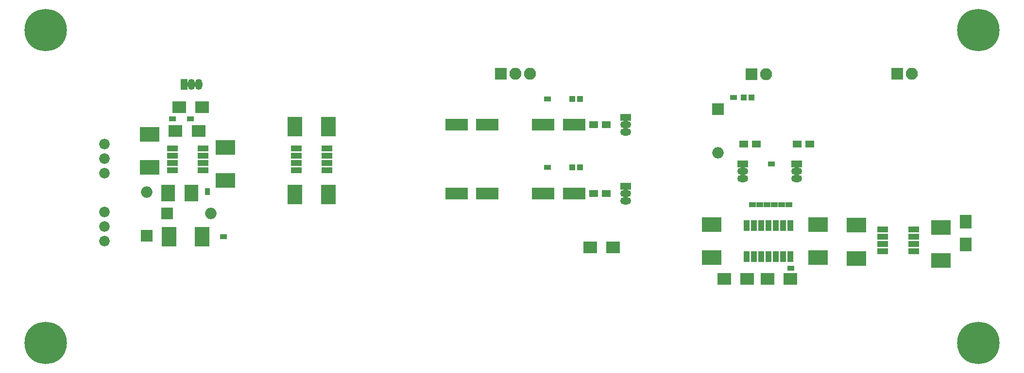
<source format=gts>
G04 #@! TF.FileFunction,Soldermask,Top*
%FSLAX46Y46*%
G04 Gerber Fmt 4.6, Leading zero omitted, Abs format (unit mm)*
G04 Created by KiCad (PCBNEW 4.0.6-e0-6349~53~ubuntu14.04.1) date Thu Jul  6 11:00:55 2017*
%MOMM*%
%LPD*%
G01*
G04 APERTURE LIST*
%ADD10C,0.100000*%
%ADD11C,7.400000*%
%ADD12R,3.900000X2.000000*%
%ADD13R,2.400000X2.000000*%
%ADD14R,3.400000X2.600000*%
%ADD15R,2.600000X3.400000*%
%ADD16R,2.400000X2.900000*%
%ADD17R,2.000000X2.400000*%
%ADD18R,2.000000X2.000000*%
%ADD19O,2.000000X2.000000*%
%ADD20R,1.000000X1.100000*%
%ADD21R,2.100000X2.100000*%
%ADD22O,2.100000X2.100000*%
%ADD23O,1.300000X1.900000*%
%ADD24R,1.300000X1.900000*%
%ADD25O,1.900000X1.300000*%
%ADD26R,1.900000X1.300000*%
%ADD27R,0.680000X0.830000*%
%ADD28R,0.830000X0.680000*%
%ADD29R,1.600000X1.300000*%
%ADD30C,1.840000*%
%ADD31R,1.950000X1.000000*%
%ADD32R,1.000000X1.900000*%
G04 APERTURE END LIST*
D10*
D11*
X226060000Y-71120000D03*
X226060000Y-125730000D03*
X63500000Y-125730000D03*
X63500000Y-71120000D03*
D12*
X135095000Y-87630000D03*
X140495000Y-87630000D03*
X140495000Y-99695000D03*
X135095000Y-99695000D03*
D13*
X90138000Y-88773000D03*
X86138000Y-88773000D03*
D14*
X94869000Y-91588000D03*
X94869000Y-97388000D03*
D15*
X112755000Y-88011000D03*
X106955000Y-88011000D03*
D13*
X158401000Y-109093000D03*
X162401000Y-109093000D03*
D14*
X81661000Y-95102000D03*
X81661000Y-89302000D03*
D13*
X86773000Y-84582000D03*
X90773000Y-84582000D03*
D15*
X106955000Y-99822000D03*
X112755000Y-99822000D03*
D16*
X88868000Y-99568000D03*
X84868000Y-99568000D03*
D15*
X90784000Y-107188000D03*
X84984000Y-107188000D03*
D12*
X155608000Y-87630000D03*
X150208000Y-87630000D03*
X150208000Y-99695000D03*
X155608000Y-99695000D03*
D14*
X198120000Y-105050000D03*
X198120000Y-110850000D03*
X219583000Y-105558000D03*
X219583000Y-111358000D03*
D17*
X223901000Y-108553000D03*
X223901000Y-104553000D03*
D14*
X204851000Y-110977000D03*
X204851000Y-105177000D03*
X179578000Y-110850000D03*
X179578000Y-105050000D03*
D13*
X185769000Y-114554000D03*
X181769000Y-114554000D03*
X189325500Y-114554000D03*
X193325500Y-114554000D03*
D18*
X84709000Y-103124000D03*
D19*
X92329000Y-103124000D03*
D18*
X81153000Y-107061000D03*
D19*
X81153000Y-99441000D03*
D20*
X156656000Y-83185000D03*
X155256000Y-83185000D03*
X185164500Y-82867500D03*
X186564500Y-82867500D03*
D18*
X180721000Y-84899500D03*
D19*
X180721000Y-92519500D03*
D20*
X155256000Y-95123000D03*
X156656000Y-95123000D03*
D21*
X142875000Y-78740000D03*
D22*
X145415000Y-78740000D03*
X147955000Y-78740000D03*
D21*
X186563000Y-78867000D03*
D22*
X189103000Y-78867000D03*
D21*
X211963000Y-78740000D03*
D22*
X214503000Y-78740000D03*
D23*
X88900000Y-80645000D03*
X90170000Y-80645000D03*
D24*
X87630000Y-80645000D03*
D25*
X164592000Y-87630000D03*
X164592000Y-88900000D03*
D26*
X164592000Y-86360000D03*
D25*
X185039000Y-95758000D03*
X185039000Y-97028000D03*
D26*
X185039000Y-94488000D03*
D25*
X194437000Y-95758000D03*
X194437000Y-97028000D03*
D26*
X194437000Y-94488000D03*
D25*
X164592000Y-99695000D03*
X164592000Y-100965000D03*
D26*
X164592000Y-98425000D03*
D27*
X85338000Y-86614000D03*
X85858000Y-86614000D03*
D28*
X91694000Y-99054000D03*
X91694000Y-99574000D03*
D27*
X88513000Y-86614000D03*
X89033000Y-86614000D03*
X94748000Y-107188000D03*
X94228000Y-107188000D03*
X150743000Y-83185000D03*
X151263000Y-83185000D03*
D29*
X159047000Y-87630000D03*
X161247000Y-87630000D03*
X187409000Y-91059000D03*
X185209000Y-91059000D03*
X196680000Y-91059000D03*
X194480000Y-91059000D03*
D27*
X183648000Y-82867500D03*
X183128000Y-82867500D03*
X189732000Y-94488000D03*
X190252000Y-94488000D03*
D29*
X159047000Y-99695000D03*
X161247000Y-99695000D03*
D27*
X151263000Y-95123000D03*
X150743000Y-95123000D03*
X186430000Y-101600000D03*
X186950000Y-101600000D03*
X187700000Y-101600000D03*
X188220000Y-101600000D03*
X192780000Y-101600000D03*
X193300000Y-101600000D03*
X192030000Y-101600000D03*
X191510000Y-101600000D03*
X188970000Y-101600000D03*
X189490000Y-101600000D03*
X190760000Y-101600000D03*
X190240000Y-101600000D03*
X193161000Y-112712500D03*
X193681000Y-112712500D03*
D30*
X73787000Y-96139000D03*
X73787000Y-93599000D03*
X73787000Y-91059000D03*
X73787000Y-107950000D03*
X73787000Y-105410000D03*
X73787000Y-102870000D03*
D31*
X85565000Y-91821000D03*
X85565000Y-93091000D03*
X85565000Y-94361000D03*
X85565000Y-95631000D03*
X90965000Y-95631000D03*
X90965000Y-94361000D03*
X90965000Y-93091000D03*
X90965000Y-91821000D03*
X107155000Y-91821000D03*
X107155000Y-93091000D03*
X107155000Y-94361000D03*
X107155000Y-95631000D03*
X112555000Y-95631000D03*
X112555000Y-94361000D03*
X112555000Y-93091000D03*
X112555000Y-91821000D03*
D32*
X193294000Y-105250000D03*
X192024000Y-105250000D03*
X190754000Y-105250000D03*
X189484000Y-105250000D03*
X188214000Y-105250000D03*
X186944000Y-105250000D03*
X185674000Y-105250000D03*
X185674000Y-110650000D03*
X186944000Y-110650000D03*
X188214000Y-110650000D03*
X189484000Y-110650000D03*
X190754000Y-110650000D03*
X192024000Y-110650000D03*
X193294000Y-110650000D03*
D31*
X209390000Y-105918000D03*
X209390000Y-107188000D03*
X209390000Y-108458000D03*
X209390000Y-109728000D03*
X214790000Y-109728000D03*
X214790000Y-108458000D03*
X214790000Y-107188000D03*
X214790000Y-105918000D03*
M02*

</source>
